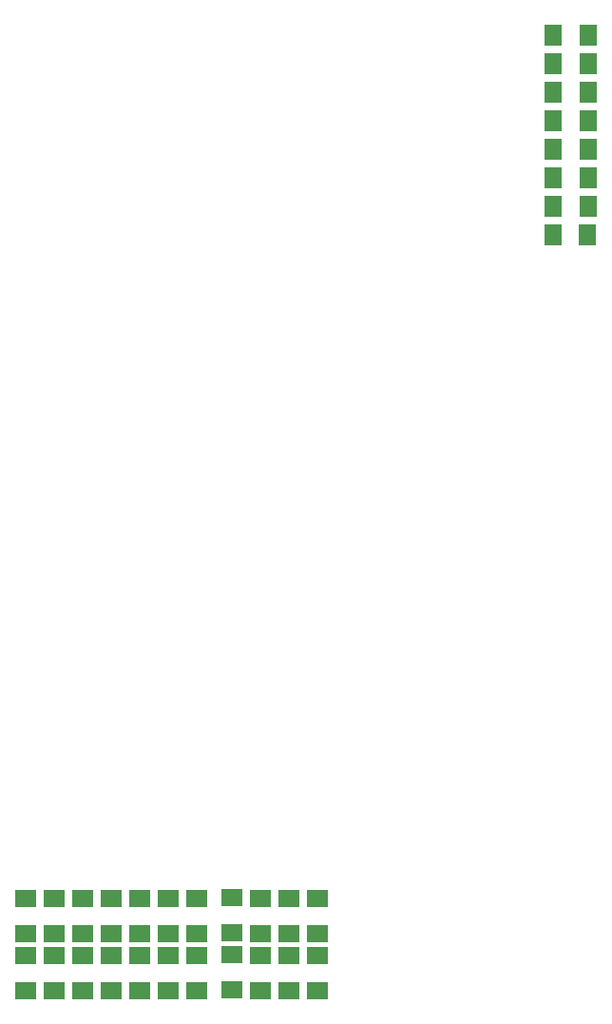
<source format=gtp>
G04 MADE WITH FRITZING*
G04 WWW.FRITZING.ORG*
G04 DOUBLE SIDED*
G04 HOLES PLATED*
G04 CONTOUR ON CENTER OF CONTOUR VECTOR*
%ASAXBY*%
%FSLAX23Y23*%
%MOIN*%
%OFA0B0*%
%SFA1.0B1.0*%
%ADD10R,0.074803X0.062992*%
%ADD11R,0.062992X0.074803*%
%LNPASTEMASK1*%
G90*
G70*
G54D10*
X1944Y306D03*
X1944Y428D03*
X1744Y306D03*
X1744Y428D03*
X1844Y306D03*
X1844Y428D03*
X1644Y306D03*
X1644Y428D03*
X2469Y306D03*
X2469Y428D03*
X2569Y306D03*
X2569Y428D03*
X2669Y306D03*
X2669Y428D03*
X2144Y306D03*
X2144Y428D03*
X2044Y306D03*
X2044Y428D03*
X2368Y309D03*
X2368Y431D03*
X2244Y306D03*
X2244Y428D03*
X1944Y506D03*
X1944Y628D03*
X1644Y506D03*
X1644Y628D03*
X1744Y506D03*
X1744Y628D03*
X1844Y506D03*
X1844Y628D03*
X2469Y506D03*
X2469Y628D03*
X2569Y506D03*
X2569Y628D03*
G54D11*
X3494Y2956D03*
X3616Y2956D03*
X3497Y3056D03*
X3619Y3056D03*
X3497Y3156D03*
X3619Y3156D03*
X3497Y3256D03*
X3619Y3256D03*
X3497Y3356D03*
X3619Y3356D03*
X3497Y3456D03*
X3619Y3456D03*
X3497Y3556D03*
X3619Y3556D03*
X3497Y3656D03*
X3619Y3656D03*
G54D10*
X2669Y506D03*
X2669Y628D03*
X2144Y506D03*
X2144Y628D03*
X2044Y506D03*
X2044Y628D03*
X2368Y509D03*
X2368Y631D03*
X2244Y506D03*
X2244Y628D03*
G04 End of PasteMask1*
M02*
</source>
